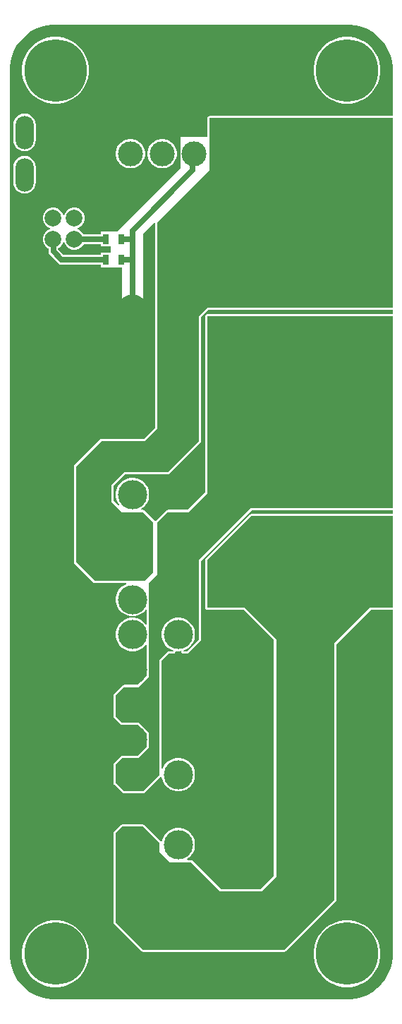
<source format=gtl>
G04*
G04 #@! TF.GenerationSoftware,Altium Limited,Altium Designer,21.2.2 (38)*
G04*
G04 Layer_Physical_Order=1*
G04 Layer_Color=255*
%FSLAX25Y25*%
%MOIN*%
G70*
G04*
G04 #@! TF.SameCoordinates,2A2BD39F-598F-431D-80C8-0E329A30C52D*
G04*
G04*
G04 #@! TF.FilePolarity,Positive*
G04*
G01*
G75*
%ADD10C,0.01000*%
%ADD11R,0.02756X0.05118*%
%ADD19C,0.02500*%
%ADD20C,0.13780*%
%ADD21O,0.08661X0.15748*%
%ADD22C,0.11811*%
%ADD23C,0.29528*%
%ADD24C,0.15748*%
%ADD25C,0.07874*%
G36*
X279824Y517346D02*
X282566Y516611D01*
X285188Y515525D01*
X287646Y514106D01*
X289898Y512378D01*
X291905Y510371D01*
X293633Y508119D01*
X295053Y505661D01*
X296139Y503038D01*
X296873Y500296D01*
X297244Y497482D01*
X297244Y496063D01*
X297244Y496063D01*
X297244Y496063D01*
Y474445D01*
X210630D01*
X210240Y474367D01*
X209909Y474146D01*
X209688Y473815D01*
X209610Y473425D01*
Y464567D01*
X196850D01*
X196850Y449803D01*
X166945Y419898D01*
X159236D01*
Y418593D01*
X151086D01*
X150683Y419291D01*
X149764Y420210D01*
X148638Y420860D01*
X148113Y421001D01*
Y421519D01*
X148638Y421659D01*
X149764Y422309D01*
X150683Y423228D01*
X151333Y424354D01*
X151669Y425610D01*
Y426910D01*
X151333Y428165D01*
X150683Y429291D01*
X149764Y430210D01*
X148638Y430860D01*
X147382Y431197D01*
X146082D01*
X144827Y430860D01*
X143701Y430210D01*
X142782Y429291D01*
X142132Y428165D01*
X141991Y427641D01*
X141473D01*
X141333Y428165D01*
X140683Y429291D01*
X139764Y430210D01*
X138638Y430860D01*
X137382Y431197D01*
X136082D01*
X134827Y430860D01*
X133701Y430210D01*
X132782Y429291D01*
X132132Y428165D01*
X131795Y426910D01*
Y425610D01*
X132132Y424354D01*
X132782Y423228D01*
X133701Y422309D01*
X134827Y421659D01*
X135352Y421519D01*
Y421001D01*
X134827Y420860D01*
X133701Y420210D01*
X132782Y419291D01*
X132132Y418165D01*
X131795Y416910D01*
Y415610D01*
X132132Y414354D01*
X132782Y413228D01*
X133701Y412309D01*
X134517Y411838D01*
Y410433D01*
X134692Y409555D01*
X135189Y408811D01*
X139126Y404874D01*
X139870Y404377D01*
X140748Y404202D01*
X159236D01*
Y402937D01*
X169291D01*
Y384842D01*
Y378937D01*
X179134D01*
Y379921D01*
Y418765D01*
X184504Y424135D01*
X185004Y423928D01*
Y327194D01*
X179696Y321886D01*
X159449D01*
X159059Y321808D01*
X158728Y321587D01*
X146917Y309776D01*
X146696Y309445D01*
X146618Y309055D01*
Y263779D01*
X146696Y263389D01*
X146917Y263059D01*
X155775Y254200D01*
X156106Y253979D01*
X156496Y253902D01*
X171213D01*
X171313Y253402D01*
X170475Y253055D01*
X169183Y252191D01*
X168084Y251093D01*
X167221Y249800D01*
X166626Y248364D01*
X166323Y246840D01*
Y245286D01*
X166626Y243762D01*
X167221Y242326D01*
X168084Y241034D01*
X169183Y239935D01*
X170475Y239071D01*
X171911Y238476D01*
X173435Y238173D01*
X174990D01*
X176514Y238476D01*
X177950Y239071D01*
X179242Y239935D01*
X180341Y241034D01*
X180589Y241404D01*
X181067Y241259D01*
Y234332D01*
X180589Y234187D01*
X180341Y234557D01*
X179242Y235656D01*
X177950Y236519D01*
X176514Y237114D01*
X174990Y237417D01*
X173435D01*
X171911Y237114D01*
X170475Y236519D01*
X169183Y235656D01*
X168084Y234557D01*
X167221Y233265D01*
X166626Y231829D01*
X166323Y230305D01*
Y228750D01*
X166626Y227226D01*
X167221Y225790D01*
X168084Y224498D01*
X169183Y223399D01*
X170475Y222536D01*
X171911Y221941D01*
X173435Y221638D01*
X174990D01*
X176514Y221941D01*
X177950Y222536D01*
X179242Y223399D01*
X180341Y224498D01*
X180589Y224869D01*
X181067Y224724D01*
Y213848D01*
X181083Y213769D01*
Y212215D01*
X181067Y212136D01*
Y210068D01*
X176743Y205744D01*
X170276D01*
X169885Y205666D01*
X169555Y205445D01*
X165618Y201508D01*
X165397Y201178D01*
X165319Y200787D01*
Y190945D01*
X165397Y190555D01*
X165618Y190224D01*
X168570Y187271D01*
X168901Y187050D01*
X169291Y186972D01*
X176743D01*
X178117Y185599D01*
X178200Y185543D01*
X178271Y185472D01*
X178592Y185258D01*
X179549Y184301D01*
X179763Y183980D01*
X179834Y183909D01*
X179890Y183825D01*
X181067Y182649D01*
Y180778D01*
X181083Y180698D01*
Y179144D01*
X181067Y179065D01*
Y176603D01*
X176743Y172279D01*
X169291D01*
X168901Y172202D01*
X168570Y171981D01*
X165618Y169028D01*
X165397Y168697D01*
X165319Y168307D01*
Y159449D01*
X165397Y159059D01*
X165618Y158728D01*
X169555Y154791D01*
X169885Y154570D01*
X170276Y154492D01*
X179134D01*
X179524Y154570D01*
X179855Y154791D01*
X187501Y162437D01*
X188043Y162272D01*
X188280Y161084D01*
X188874Y159649D01*
X189738Y158356D01*
X190837Y157257D01*
X192129Y156394D01*
X193565Y155799D01*
X195089Y155496D01*
X196643D01*
X198168Y155799D01*
X199603Y156394D01*
X200896Y157257D01*
X201994Y158356D01*
X202858Y159649D01*
X203453Y161084D01*
X203756Y162609D01*
Y164163D01*
X203453Y165687D01*
X202858Y167123D01*
X201994Y168415D01*
X200896Y169514D01*
X199603Y170378D01*
X198168Y170972D01*
X196643Y171276D01*
X195089D01*
X193565Y170972D01*
X192129Y170378D01*
X190837Y169514D01*
X189738Y168415D01*
X188874Y167123D01*
X188528Y166286D01*
X188028Y166385D01*
Y217097D01*
X191367Y220437D01*
X193458D01*
X193547Y220455D01*
X193637Y220453D01*
X193740Y220493D01*
X193848Y220515D01*
X193923Y220565D01*
X194007Y220598D01*
X194087Y220674D01*
X194179Y220736D01*
X194229Y220811D01*
X194294Y220873D01*
X194339Y220974D01*
X194400Y221066D01*
X194418Y221155D01*
X194454Y221237D01*
X194561Y221722D01*
X194582Y221739D01*
X195089Y221638D01*
X196643D01*
X197151Y221739D01*
X197172Y221722D01*
X197278Y221237D01*
X197315Y221155D01*
X197332Y221066D01*
X197394Y220974D01*
X197438Y220873D01*
X197503Y220811D01*
X197553Y220736D01*
X197645Y220674D01*
X197725Y220598D01*
X197809Y220565D01*
X197884Y220515D01*
X197993Y220493D01*
X198096Y220453D01*
X198186Y220455D01*
X198274Y220437D01*
X199803D01*
X200193Y220515D01*
X200524Y220736D01*
X206430Y226641D01*
X206651Y226972D01*
X206728Y227362D01*
Y264341D01*
X230737Y288351D01*
X297244D01*
Y286453D01*
X230315D01*
X229925Y286375D01*
X229594Y286154D01*
X208925Y265485D01*
X208704Y265154D01*
X208626Y264764D01*
Y242126D01*
X208704Y241736D01*
X208925Y241405D01*
X209256Y241184D01*
X209646Y241106D01*
X226940D01*
X241106Y226940D01*
Y115580D01*
X234814Y109287D01*
X215973D01*
X202493Y122768D01*
X202162Y122989D01*
X201772Y123067D01*
X200120D01*
X199968Y123567D01*
X200896Y124187D01*
X201994Y125285D01*
X202858Y126578D01*
X203453Y128014D01*
X203756Y129538D01*
Y131092D01*
X203453Y132616D01*
X202858Y134052D01*
X201994Y135344D01*
X200896Y136443D01*
X199603Y137307D01*
X198168Y137901D01*
X196643Y138205D01*
X195089D01*
X193565Y137901D01*
X192129Y137307D01*
X190837Y136443D01*
X189738Y135344D01*
X188874Y134052D01*
X188280Y132616D01*
X188139Y131908D01*
X188053Y131849D01*
X187599Y131756D01*
X179855Y139500D01*
X179524Y139722D01*
X179134Y139799D01*
X169291D01*
X168901Y139722D01*
X168570Y139500D01*
X165618Y136548D01*
X165397Y136217D01*
X165319Y135827D01*
Y93504D01*
X165397Y93114D01*
X165618Y92783D01*
X178413Y79988D01*
X178744Y79767D01*
X179134Y79689D01*
X246063D01*
X246453Y79767D01*
X246784Y79988D01*
X270406Y103610D01*
X270627Y103940D01*
X270705Y104331D01*
Y224971D01*
X286840Y241106D01*
X297244D01*
X297244Y78740D01*
X297244Y77321D01*
X296874Y74507D01*
X296139Y71765D01*
X295053Y69142D01*
X293634Y66684D01*
X291906Y64432D01*
X289898Y62425D01*
X287647Y60697D01*
X285188Y59278D01*
X282566Y58192D01*
X279824Y57457D01*
X277010Y57087D01*
X275590Y57087D01*
X137795D01*
X136376Y57087D01*
X133562Y57457D01*
X130820Y58192D01*
X128198Y59278D01*
X125739Y60697D01*
X123487Y62425D01*
X121480Y64432D01*
X119752Y66684D01*
X118333Y69142D01*
X117247Y71765D01*
X116512Y74507D01*
X116142Y77321D01*
X116142Y78740D01*
X116142Y496063D01*
X116142Y497482D01*
X116512Y500296D01*
X117247Y503038D01*
X118333Y505661D01*
X119752Y508119D01*
X121480Y510371D01*
X123487Y512378D01*
X125739Y514106D01*
X128198Y515525D01*
X130820Y516611D01*
X133562Y517346D01*
X136376Y517716D01*
X137795Y517716D01*
X137795Y517717D01*
X275590Y517717D01*
X277010Y517717D01*
X279824Y517346D01*
D02*
G37*
G36*
X142132Y414354D02*
X142782Y413228D01*
X143701Y412309D01*
X144827Y411659D01*
X146082Y411323D01*
X147382D01*
X148638Y411659D01*
X149764Y412309D01*
X150683Y413228D01*
X151131Y414005D01*
X159236D01*
Y412780D01*
X163992D01*
Y410055D01*
X159236D01*
Y408790D01*
X141698D01*
X139105Y411383D01*
Y411929D01*
X139764Y412309D01*
X140683Y413228D01*
X141333Y414354D01*
X141473Y414879D01*
X141991D01*
X142132Y414354D01*
D02*
G37*
G36*
X297244Y380941D02*
X209646D01*
X209256Y380863D01*
X208925Y380642D01*
X208704Y380311D01*
X208626Y379921D01*
Y296682D01*
X200365Y288421D01*
X190945D01*
X190555Y288344D01*
X190224Y288123D01*
X185347Y283246D01*
X185197Y283201D01*
X184882D01*
X184731Y283246D01*
X179855Y288123D01*
X179524Y288344D01*
X179134Y288421D01*
X178466D01*
X178314Y288921D01*
X179242Y289541D01*
X180341Y290640D01*
X181204Y291932D01*
X181799Y293368D01*
X182102Y294892D01*
Y296446D01*
X181799Y297971D01*
X181204Y299407D01*
X180341Y300699D01*
X179242Y301798D01*
X177950Y302661D01*
X176514Y303256D01*
X174990Y303559D01*
X173435D01*
X171911Y303256D01*
X170475Y302661D01*
X169183Y301798D01*
X168084Y300699D01*
X167221Y299407D01*
X166626Y297971D01*
X166323Y296446D01*
Y294892D01*
X166626Y293368D01*
X167221Y291932D01*
X167847Y290995D01*
X167459Y290676D01*
X165390Y292745D01*
Y299775D01*
X170698Y305083D01*
X190945D01*
X191335Y305160D01*
X191666Y305381D01*
X206430Y320145D01*
X206651Y320476D01*
X206728Y320866D01*
Y379499D01*
X210068Y382839D01*
X297244D01*
Y380941D01*
D02*
G37*
G36*
X297244Y383858D02*
X209646D01*
X205709Y379921D01*
Y320866D01*
X190945Y306102D01*
X170276D01*
X164370Y300197D01*
Y292323D01*
X169291Y287402D01*
X179134D01*
X184055Y282480D01*
Y258858D01*
X180118Y254921D01*
X156496D01*
X147638Y263779D01*
Y309055D01*
X159449Y320866D01*
X180118D01*
X186024Y326772D01*
Y424213D01*
X210630Y448819D01*
Y473425D01*
X297244D01*
Y383858D01*
D02*
G37*
G36*
Y289370D02*
X230315D01*
X205709Y264764D01*
Y227362D01*
X199803Y221457D01*
X198274D01*
X198168Y221941D01*
X199603Y222536D01*
X200896Y223399D01*
X201994Y224498D01*
X202858Y225790D01*
X203453Y227226D01*
X203756Y228750D01*
Y230305D01*
X203453Y231829D01*
X202858Y233265D01*
X201994Y234557D01*
X200896Y235656D01*
X199603Y236519D01*
X198168Y237114D01*
X196643Y237417D01*
X195089D01*
X193565Y237114D01*
X192129Y236519D01*
X190837Y235656D01*
X189738Y234557D01*
X188874Y233265D01*
X188280Y231829D01*
X187976Y230305D01*
Y228750D01*
X188280Y227226D01*
X188874Y225790D01*
X189738Y224498D01*
X190837Y223399D01*
X192129Y222536D01*
X193565Y221941D01*
X193458Y221457D01*
X190945D01*
X187008Y217520D01*
Y163386D01*
X179134Y155512D01*
X170276D01*
X166339Y159449D01*
Y168307D01*
X169291Y171260D01*
X177165D01*
X182087Y176181D01*
Y179065D01*
X182102Y179144D01*
Y180698D01*
X182087Y180778D01*
Y183071D01*
X180611Y184546D01*
X180341Y184951D01*
X179242Y186050D01*
X178838Y186320D01*
X177165Y187992D01*
X169291D01*
X166339Y190945D01*
Y200787D01*
X170276Y204724D01*
X177165D01*
X182087Y209646D01*
Y212136D01*
X182102Y212215D01*
Y213769D01*
X182087Y213848D01*
Y228671D01*
X182102Y228750D01*
Y230305D01*
X182087Y230384D01*
Y245207D01*
X182102Y245286D01*
Y246840D01*
X182087Y246919D01*
Y253937D01*
X186024Y257874D01*
X186043D01*
X186024Y258858D01*
Y282480D01*
X190945Y287402D01*
X200787D01*
X209646Y296260D01*
Y379921D01*
X297244D01*
Y289370D01*
D02*
G37*
G36*
Y242126D02*
X286417D01*
X269685Y225394D01*
Y104331D01*
X246063Y80709D01*
X179134D01*
X166339Y93504D01*
Y135827D01*
X169291Y138779D01*
X179134D01*
X187008Y130905D01*
Y126969D01*
X191929Y122047D01*
X201772D01*
X215551Y108268D01*
X235236D01*
X242126Y115157D01*
Y227362D01*
X227362Y242126D01*
X209646D01*
Y264764D01*
X230315Y285433D01*
X297244D01*
Y242126D01*
D02*
G37*
%LPC*%
G36*
X276831Y511827D02*
X274350D01*
X271899Y511439D01*
X269539Y510672D01*
X267329Y509545D01*
X265321Y508087D01*
X263567Y506332D01*
X262108Y504325D01*
X260982Y502114D01*
X260215Y499754D01*
X259827Y497304D01*
Y494822D01*
X260215Y492372D01*
X260982Y490012D01*
X262108Y487801D01*
X263567Y485794D01*
X265321Y484039D01*
X267329Y482581D01*
X269539Y481454D01*
X271899Y480687D01*
X274350Y480299D01*
X276831D01*
X279282Y480687D01*
X281642Y481454D01*
X283853Y482581D01*
X285860Y484039D01*
X287614Y485794D01*
X289073Y487801D01*
X290199Y490012D01*
X290966Y492372D01*
X291354Y494822D01*
Y497304D01*
X290966Y499754D01*
X290199Y502114D01*
X289073Y504325D01*
X287614Y506332D01*
X285860Y508087D01*
X283853Y509545D01*
X281642Y510672D01*
X279282Y511439D01*
X276831Y511827D01*
D02*
G37*
G36*
X139036D02*
X136555D01*
X134104Y511439D01*
X131744Y510672D01*
X129533Y509545D01*
X127526Y508087D01*
X125771Y506332D01*
X124313Y504325D01*
X123186Y502114D01*
X122420Y499754D01*
X122031Y497304D01*
Y494822D01*
X122420Y492372D01*
X123186Y490012D01*
X124313Y487801D01*
X125771Y485794D01*
X127526Y484039D01*
X129533Y482581D01*
X131744Y481454D01*
X134104Y480687D01*
X136555Y480299D01*
X139036D01*
X141487Y480687D01*
X143846Y481454D01*
X146057Y482581D01*
X148065Y484039D01*
X149819Y485794D01*
X151278Y487801D01*
X152404Y490012D01*
X153171Y492372D01*
X153559Y494822D01*
Y497304D01*
X153171Y499754D01*
X152404Y502114D01*
X151278Y504325D01*
X149819Y506332D01*
X148065Y508087D01*
X146057Y509545D01*
X143846Y510672D01*
X141487Y511439D01*
X139036Y511827D01*
D02*
G37*
G36*
X123228Y475613D02*
X121837Y475430D01*
X120540Y474893D01*
X119426Y474038D01*
X118572Y472925D01*
X118035Y471628D01*
X117852Y470236D01*
Y463150D01*
X118035Y461758D01*
X118572Y460461D01*
X119426Y459348D01*
X120540Y458493D01*
X121837Y457956D01*
X123228Y457773D01*
X124620Y457956D01*
X125917Y458493D01*
X127030Y459348D01*
X127885Y460461D01*
X128422Y461758D01*
X128605Y463150D01*
Y470236D01*
X128422Y471628D01*
X127885Y472925D01*
X127030Y474038D01*
X125917Y474893D01*
X124620Y475430D01*
X123228Y475613D01*
D02*
G37*
G36*
X188909Y463598D02*
X187548D01*
X186214Y463333D01*
X184957Y462813D01*
X183826Y462057D01*
X182864Y461095D01*
X182109Y459964D01*
X181588Y458707D01*
X181323Y457373D01*
Y456013D01*
X181588Y454679D01*
X182109Y453422D01*
X182864Y452291D01*
X183826Y451329D01*
X184957Y450573D01*
X186214Y450053D01*
X187548Y449787D01*
X188909D01*
X190243Y450053D01*
X191499Y450573D01*
X192630Y451329D01*
X193592Y452291D01*
X194348Y453422D01*
X194869Y454679D01*
X195134Y456013D01*
Y457373D01*
X194869Y458707D01*
X194348Y459964D01*
X193592Y461095D01*
X192630Y462057D01*
X191499Y462813D01*
X190243Y463333D01*
X188909Y463598D01*
D02*
G37*
G36*
X173908D02*
X172548D01*
X171214Y463333D01*
X169957Y462813D01*
X168826Y462057D01*
X167865Y461095D01*
X167109Y459964D01*
X166588Y458707D01*
X166323Y457373D01*
Y456013D01*
X166588Y454679D01*
X167109Y453422D01*
X167865Y452291D01*
X168826Y451329D01*
X169957Y450573D01*
X171214Y450053D01*
X172548Y449787D01*
X173908D01*
X175243Y450053D01*
X176499Y450573D01*
X177630Y451329D01*
X178592Y452291D01*
X179348Y453422D01*
X179868Y454679D01*
X180134Y456013D01*
Y457373D01*
X179868Y458707D01*
X179348Y459964D01*
X178592Y461095D01*
X177630Y462057D01*
X176499Y462813D01*
X175243Y463333D01*
X173908Y463598D01*
D02*
G37*
G36*
X123228Y455613D02*
X121837Y455430D01*
X120540Y454893D01*
X119426Y454038D01*
X118572Y452925D01*
X118035Y451628D01*
X117852Y450236D01*
Y443150D01*
X118035Y441758D01*
X118572Y440461D01*
X119426Y439348D01*
X120540Y438493D01*
X121837Y437956D01*
X123228Y437773D01*
X124620Y437956D01*
X125917Y438493D01*
X127030Y439348D01*
X127885Y440461D01*
X128422Y441758D01*
X128605Y443150D01*
Y450236D01*
X128422Y451628D01*
X127885Y452925D01*
X127030Y454038D01*
X125917Y454893D01*
X124620Y455430D01*
X123228Y455613D01*
D02*
G37*
G36*
X276831Y94504D02*
X274350D01*
X271899Y94116D01*
X269539Y93349D01*
X267329Y92222D01*
X265321Y90764D01*
X263567Y89010D01*
X262108Y87002D01*
X260982Y84791D01*
X260215Y82432D01*
X259827Y79981D01*
Y77500D01*
X260215Y75049D01*
X260982Y72689D01*
X262108Y70478D01*
X263567Y68471D01*
X265321Y66716D01*
X267329Y65258D01*
X269539Y64131D01*
X271899Y63364D01*
X274350Y62976D01*
X276831D01*
X279282Y63364D01*
X281642Y64131D01*
X283853Y65258D01*
X285860Y66716D01*
X287614Y68471D01*
X289073Y70478D01*
X290199Y72689D01*
X290966Y75049D01*
X291354Y77500D01*
Y79981D01*
X290966Y82432D01*
X290199Y84791D01*
X289073Y87002D01*
X287614Y89010D01*
X285860Y90764D01*
X283853Y92222D01*
X281642Y93349D01*
X279282Y94116D01*
X276831Y94504D01*
D02*
G37*
G36*
X139036D02*
X136555D01*
X134104Y94116D01*
X131744Y93349D01*
X129533Y92222D01*
X127526Y90764D01*
X125771Y89010D01*
X124313Y87002D01*
X123186Y84791D01*
X122420Y82432D01*
X122031Y79981D01*
Y77500D01*
X122420Y75049D01*
X123186Y72689D01*
X124313Y70478D01*
X125771Y68471D01*
X127526Y66716D01*
X129533Y65258D01*
X131744Y64131D01*
X134104Y63364D01*
X136555Y62976D01*
X139036D01*
X141487Y63364D01*
X143846Y64131D01*
X146057Y65258D01*
X148065Y66716D01*
X149819Y68471D01*
X151278Y70478D01*
X152404Y72689D01*
X153171Y75049D01*
X153559Y77500D01*
Y79981D01*
X153171Y82432D01*
X152404Y84791D01*
X151278Y87002D01*
X149819Y89010D01*
X148065Y90764D01*
X146057Y92222D01*
X143846Y93349D01*
X141487Y94116D01*
X139036Y94504D01*
D02*
G37*
%LPD*%
D10*
X135473Y425001D02*
X136732Y426260D01*
D11*
X161614Y406496D02*
D03*
X169095D02*
D03*
X161614Y416339D02*
D03*
X169095D02*
D03*
D19*
X146772Y416299D02*
X161575D01*
X146732Y416260D02*
X146772Y416299D01*
X161575D02*
X161614Y416339D01*
X136811Y410433D02*
Y416181D01*
X136732Y416260D02*
X136811Y416181D01*
X140748Y406496D02*
X161614D01*
X136811Y410433D02*
X140748Y406496D01*
X174213D02*
Y416339D01*
Y383071D02*
Y406496D01*
X169095D02*
X174213D01*
X169095Y416339D02*
X174213D01*
Y420276D01*
X202756Y456220D02*
X203228Y456693D01*
X202756Y448819D02*
Y456220D01*
X174213Y420276D02*
X202756Y448819D01*
D20*
X174213Y113779D02*
D03*
Y130315D02*
D03*
X195866Y113779D02*
D03*
Y130315D02*
D03*
X174213Y295669D02*
D03*
Y279134D02*
D03*
X195866Y295669D02*
D03*
Y279134D02*
D03*
X174213Y146850D02*
D03*
Y163386D02*
D03*
X195866Y146850D02*
D03*
Y163386D02*
D03*
X174213Y262598D02*
D03*
Y246063D02*
D03*
X195866Y262598D02*
D03*
Y246063D02*
D03*
X174213Y229528D02*
D03*
Y179921D02*
D03*
Y196457D02*
D03*
Y212992D02*
D03*
X195866Y179921D02*
D03*
Y229528D02*
D03*
Y212992D02*
D03*
Y196457D02*
D03*
Y350000D02*
D03*
Y366535D02*
D03*
Y383071D02*
D03*
Y333465D02*
D03*
X174213Y366535D02*
D03*
Y350000D02*
D03*
Y333465D02*
D03*
Y383071D02*
D03*
D21*
X123228Y446693D02*
D03*
Y466693D02*
D03*
D22*
X203228Y456693D02*
D03*
X188228D02*
D03*
X173228D02*
D03*
D23*
X137795Y78740D02*
D03*
X275590D02*
D03*
X137795Y496063D02*
D03*
X275590D02*
D03*
D24*
X286417Y452756D02*
D03*
X225394D02*
D03*
X286417Y405512D02*
D03*
X225394D02*
D03*
X286417Y358268D02*
D03*
X225394D02*
D03*
X286417Y311024D02*
D03*
X225394D02*
D03*
Y263779D02*
D03*
X286417D02*
D03*
X225394Y216535D02*
D03*
X286417D02*
D03*
X225394Y169291D02*
D03*
X286417D02*
D03*
X225394Y122047D02*
D03*
X286417D02*
D03*
D25*
X136732Y416260D02*
D03*
X146732D02*
D03*
Y426260D02*
D03*
X136732D02*
D03*
M02*

</source>
